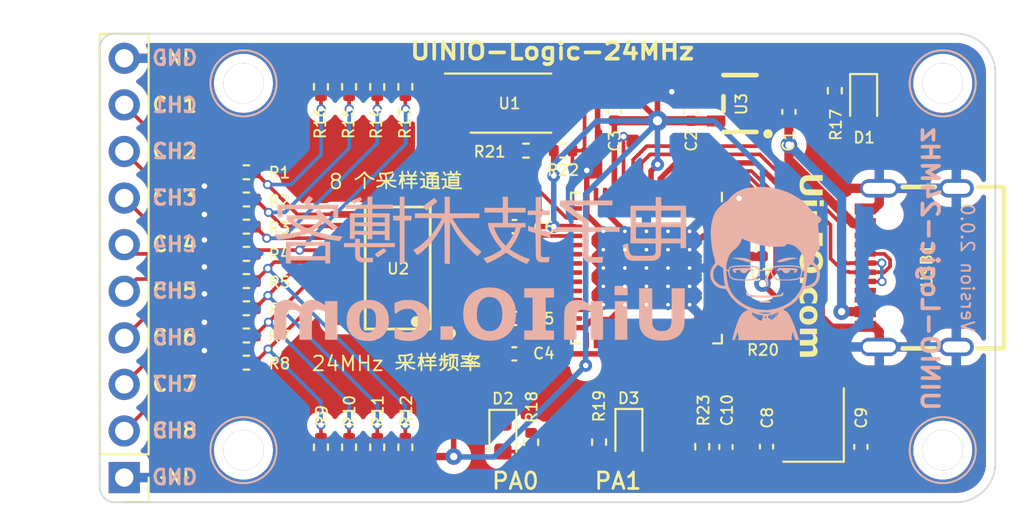
<source format=kicad_pcb>
(kicad_pcb (version 20211014) (generator pcbnew)
  (title_block (title "UINIO-Logic-24MHz") (date "2022-12-28") (rev "Version 1.0.0") (company "电子技术博客 UinIO.com"))
  (layers (0 "F.Cu" signal) (31 "B.Cu" signal) (34 "B.Paste" user) (35 "F.Paste" user) (36 "B.SilkS" user "B.Silkscreen") (37 "F.SilkS" user "F.Silkscreen") (38 "B.Mask" user) (39 "F.Mask" user) (44 "Edge.Cuts" user))
  (net 0 "")
  (net 1 "GND")
  (net 2 "+5V")
  (net 3 "+3.3V")
  (net 4 "Net-(C8-Pad2)")
  (net 5 "Net-(C9-Pad2)")
  (net 6 "Net-(C10-Pad2)")
  (net 7 "Net-(D1-Pad2)")
  (net 8 "Net-(D2-Pad2)")
  (net 9 "Net-(J1-Pad9)")
  (net 10 "Net-(D3-Pad2)")
  (net 11 "/PB7")
  (net 12 "/PB5")
  (net 13 "/PB3")
  (net 14 "/PB1")
  (net 15 "/PB6")
  (net 16 "/PB4")
  (net 17 "/PB2")
  (net 18 "/PB0")
  (net 19 "/I2C_SDA")
  (net 20 "/I2C_SCL")
  (net 21 "/USB_Data+")
  (net 22 "/USB_Data-")
  (net 27 "/INPUT1")
  (net 28 "/INPUT2")
  (net 29 "/INPUT3")
  (net 30 "/INPUT4")
  (net 31 "/INPUT5")
  (net 32 "/INPUT6")
  (net 33 "/INPUT7")
  (net 34 "/INPUT8")
  (net 35 "Net-(R18-Pad2)")
  (net 36 "Net-(R19-Pad2)")
  (net 37 "Net-(R20-Pad1)")
  (net 60 "Net-(J1-Pad2)")
  (net 61 "Net-(J1-Pad3)")
  (net 62 "Net-(J1-Pad4)")
  (net 63 "Net-(J1-Pad5)")
  (net 64 "Net-(J1-Pad6)")
  (net 65 "Net-(J1-Pad7)")
  (net 66 "Net-(J1-Pad8)")
  (footprint "Uinio:Hole-2mm" (layer "F.Cu") (at 114.11 128.7)
    (fp_text reference "HOLE2" hide)
    (fp_text value "Hole-2mm" hide)
  )
  (footprint "Package_SO:TSSOP-8_4.4x3mm_P0.65mm" (layer "F.Cu") (at 128.68 109.78)
    (fp_text reference "U1")
    (fp_text value "AT24CS64-XHM")
  )
  (footprint "Capacitor_SMD:C_0402_1005Metric" (layer "F.Cu") (at 143.82 110.26 -90)
    (fp_text reference "C1")
    (fp_text value "1uF")
  )
  (footprint "Uinio:Hole-2mm" (layer "F.Cu") (at 152.2 128.7)
    (fp_text reference "HOLE4" hide)
    (fp_text value "Hole-2mm" hide)
  )
  (footprint "Resistor_SMD:R_0402_1005Metric" (layer "F.Cu") (at 118.33 108.89 -90)
    (fp_text reference "R16")
    (fp_text value "100K")
  )
  (footprint "Resistor_SMD:R_0402_1005Metric" (layer "F.Cu") (at 142.36 121.74 -90)
    (fp_text reference "R20")
    (fp_text value "10K")
  )
  (footprint "Capacitor_SMD:C_0402_1005Metric" (layer "F.Cu") (at 128.86 121.52 180)
    (fp_text reference "C5")
    (fp_text value "0.1uF")
  )
  (footprint "Resistor_SMD:R_0402_1005Metric" (layer "F.Cu") (at 121.394284 128.54 90)
    (fp_text reference "R11")
    (fp_text value "100K")
  )
  (footprint "Package_DFN_QFN:QFN-56-1EP_8x8mm_P0.5mm_EP4.5x5.2mm_ThermalVias_TopTented" (layer "F.Cu") (at 136.06 118.77 -90)
    (fp_text reference "U4" hide)
    (fp_text value "CY7C68013A-56LTX")
  )
  (footprint "Resistor_SMD:R_0402_1005Metric" (layer "F.Cu") (at 133.48 128.26 90)
    (fp_text reference "R19")
    (fp_text value "10K")
  )
  (footprint "Uinio:USB-C-SMD_TYPEC-304J-BCP16" (layer "F.Cu") (at 150.46 118.75 90)
    (fp_text reference "USB1")
    (fp_text value "USB_Type_C_16Pin")
  )
  (footprint "Capacitor_SMD:C_0402_1005Metric" (layer "F.Cu") (at 138.49 110.26 -90)
    (fp_text reference "C2")
    (fp_text value "1uF")
  )
  (footprint "LED_SMD:LED_0603_1608Metric" (layer "F.Cu") (at 147.89 109.68 -90)
    (fp_text reference "D1")
    (fp_text value "Red LED")
  )
  (footprint "Resistor_SMD:R_0402_1005Metric" (layer "F.Cu") (at 114.27 116.515714 180)
    (fp_text reference "R3")
    (fp_text value "100R")
  )
  (footprint "LED_SMD:LED_0603_1608Metric" (layer "F.Cu") (at 135.105 127.94 -90)
    (fp_text reference "D3")
    (fp_text value "Blue LED")
  )
  (footprint "LED_SMD:LED_0603_1608Metric" (layer "F.Cu") (at 128.24 127.9875 -90)
    (fp_text reference "D2")
    (fp_text value "Blue LED")
  )
  (footprint "Capacitor_SMD:C_0402_1005Metric" (layer "F.Cu") (at 128.86 123.45 180)
    (fp_text reference "C4")
    (fp_text value "0.1uF")
  )
  (footprint "Resistor_SMD:R_0402_1005Metric" (layer "F.Cu") (at 114.27 123.93 180)
    (fp_text reference "R8")
    (fp_text value "100R")
  )
  (footprint "Resistor_SMD:R_0402_1005Metric" (layer "F.Cu") (at 129.78 128.27 90)
    (fp_text reference "R18")
    (fp_text value "10K")
  )
  (footprint "Resistor_SMD:R_0402_1005Metric" (layer "F.Cu") (at 114.27 119.481428 180)
    (fp_text reference "R5")
    (fp_text value "100R")
  )
  (footprint "Resistor_SMD:R_0402_1005Metric" (layer "F.Cu") (at 114.27 117.998571 180)
    (fp_text reference "R4")
    (fp_text value "100R")
  )
  (footprint "Resistor_SMD:R_0402_1005Metric" (layer "F.Cu") (at 122.926432 108.89 -90)
    (fp_text reference "R13")
    (fp_text value "100K")
  )
  (footprint "Crystal:Crystal_SMD_3225-4Pin_3.2x2.5mm" (layer "F.Cu") (at 145.16 127.33 90)
    (fp_text reference "Y1" hide)
    (fp_text value "24MHz")
  )
  (footprint "Capacitor_SMD:C_0402_1005Metric" (layer "F.Cu") (at 140.39 128.53 -90)
    (fp_text reference "C10")
    (fp_text value "1uF")
  )
  (footprint "Resistor_SMD:R_0402_1005Metric" (layer "F.Cu") (at 146.32 109.1 90)
    (fp_text reference "R17")
    (fp_text value "1K")
  )
  (footprint "Resistor_SMD:R_0402_1005Metric" (layer "F.Cu") (at 114.27 115.032857 180)
    (fp_text reference "R2")
    (fp_text value "100R")
  )
  (footprint "Capacitor_SMD:C_0402_1005Metric" (layer "F.Cu") (at 134.31 110.25 90)
    (fp_text reference "C3")
    (fp_text value "0.1uF")
  )
  (footprint "Capacitor_SMD:C_0402_1005Metric" (layer "F.Cu") (at 147.74 128.52 -90)
    (fp_text reference "C9")
    (fp_text value "12pF")
  )
  (footprint "Uinio:Hole-2mm" (layer "F.Cu") (at 152.2 108.7)
    (fp_text reference "HOLE3" hide)
    (fp_text value "Hole-2mm" hide)
  )
  (footprint "Resistor_SMD:R_0402_1005Metric" (layer "F.Cu") (at 118.33 128.54 90)
    (fp_text reference "R9")
    (fp_text value "100K")
  )
  (footprint "LOGO" (layer "F.Cu") (at 145.06 118.65 -90)
    (fp_text reference "")
    (fp_text value "LOGO" hide)
  )
  (footprint "Resistor_SMD:R_0402_1005Metric" (layer "F.Cu") (at 114.27 113.55 180)
    (fp_text reference "R1")
    (fp_text value "100R")
  )
  (footprint "Resistor_SMD:R_0402_1005Metric" (layer "F.Cu") (at 131.52 112.37)
    (fp_text reference "R22")
    (fp_text value "2.2K")
  )
  (footprint "Resistor_SMD:R_0402_1005Metric" (layer "F.Cu") (at 114.27 122.447142 180)
    (fp_text reference "R7")
    (fp_text value "100R")
  )
  (footprint "Capacitor_SMD:C_0402_1005Metric" (layer "F.Cu") (at 142.36 117.65 -90)
    (fp_text reference "C7")
    (fp_text value "0.1uF")
  )
  (footprint "Resistor_SMD:R_0402_1005Metric" (layer "F.Cu") (at 129.5 112.37)
    (fp_text reference "R21")
    (fp_text value "2.2K")
  )
  (footprint "Capacitor_SMD:C_0402_1005Metric" (layer "F.Cu") (at 128.87 116.51 180)
    (fp_text reference "C6")
    (fp_text value "0.1uF")
  )
  (footprint "Uinio:TSSOP-20_L6.5-W4.4-P0.65-LS6.4-BL" (layer "F.Cu") (at 122.51 118.77 90)
    (fp_text reference "U2")
    (fp_text value "74HC245C")
  )
  (footprint "Resistor_SMD:R_0402_1005Metric" (layer "F.Cu") (at 119.862148 108.89 -90)
    (fp_text reference "R15")
    (fp_text value "100K")
  )
  (footprint "Connector_PinHeader_2.54mm:PinHeader_1x10_P2.54mm_Vertical" (layer "F.Cu") (at 107.615 130.195 180)
    (fp_text reference "J1" hide)
    (fp_text value "Conn_01x10_Male")
  )
  (footprint "Resistor_SMD:R_0402_1005Metric" (layer "F.Cu") (at 122.926426 128.54 90)
    (fp_text reference "R12")
    (fp_text value "100K")
  )
  (footprint "Resistor_SMD:R_0402_1005Metric" (layer "F.Cu") (at 119.862142 128.54 90)
    (fp_text reference "R10")
    (fp_text value "100K")
  )
  (footprint "Resistor_SMD:R_0402_1005Metric" (layer "F.Cu") (at 121.39429 108.89 -90)
    (fp_text reference "R14")
    (fp_text value "100K")
  )
  (footprint "Resistor_SMD:R_0402_1005Metric" (layer "F.Cu") (at 139.1 128.51 90)
    (fp_text reference "R23")
    (fp_text value "100K")
  )
  (footprint "Uinio:Hole-2mm" (layer "F.Cu") (at 114.11 108.7)
    (fp_text reference "HOLE1" hide)
    (fp_text value "Hole-2mm" hide)
  )
  (footprint "Capacitor_SMD:C_0402_1005Metric" (layer "F.Cu") (at 142.6 128.51 90)
    (fp_text reference "C8")
    (fp_text value "12pF")
  )
  (footprint "Uinio:SOT-23-5_L3.0-W1.7-P0.95-LS2.8-BR" (layer "F.Cu") (at 141.155 109.802)
    (fp_text reference "U3")
    (fp_text value "ME6211C33M5G-N")
  )
  (footprint "Resistor_SMD:R_0402_1005Metric" (layer "F.Cu") (at 114.27 120.964285 180)
    (fp_text reference "R6")
    (fp_text value "100R")
  )
  (footprint "LOGO" (layer "B.Cu") (at 130.627575 118.612321 180)
    (fp_text reference "")
    (fp_text value "LOGO" hide)
  )
  (gr_line (start 107 105.99) (end 153 105.99) (layer "Edge.Cuts") (width 0.1))
  (gr_arc (start 107 131.54) (mid 106.448949 131.216337) (end 106.28 130.6) (layer "Edge.Cuts") (width 0.1))
  (gr_arc (start 155.06 129.6) (mid 154.39564 130.958257) (end 153 131.54) (layer "Edge.Cuts") (width 0.1))
  (gr_line (start 107 131.54) (end 153 131.54) (layer "Edge.Cuts") (width 0.1))
  (gr_line (start 106.27 106.85) (end 106.28 130.6) (layer "Edge.Cuts") (width 0.1))
  (gr_line (start 155.06 108.12) (end 155.06 129.6) (layer "Edge.Cuts") (width 0.1))
  (gr_arc (start 153 105.99) (mid 154.463263 106.635975) (end 155.06 108.12) (layer "Edge.Cuts") (width 0.1))
  (gr_arc (start 106.27 106.85) (mid 106.462393 106.273484) (end 107 105.99) (layer "Edge.Cuts") (width 0.1))
  (gr_text "CH2" (at 110.37 112.4) (layer "B.SilkS") (effects (font (size 0.8 0.8)) (justify mirror)))
  (gr_text "CH7" (at 110.37 125.1) (layer "B.SilkS") (effects (font (size 0.8 0.8)) (justify mirror)))
  (gr_text "CH1" (at 110.37 109.885) (layer "B.SilkS") (effects (font (size 0.8 0.8)) (justify mirror)))
  (gr_text "CH5" (at 110.37 120.02) (layer "B.SilkS") (effects (font (size 0.8 0.8)) (justify mirror)))
  (gr_text "Version 2.0.0" (at 153.54 118.75 -90) (layer "B.SilkS") (effects (font (size 0.7 0.7) (thickness 0.1)) (justify mirror)))
  (gr_text "GND" (at 110.37 107.32) (layer "B.SilkS") (effects (font (size 0.8 0.8)) (justify mirror)))
  (gr_text "UINIO-Logic-24MHz" (at 151.5 118.82 270) (layer "B.SilkS") (effects (font (size 0.9 1) (thickness 0.2)) (justify mirror)))
  (gr_text "CH6" (at 110.37 122.56) (layer "B.SilkS") (effects (font (size 0.8 0.8)) (justify mirror)))
  (gr_text "CH4" (at 110.37 117.48) (layer "B.SilkS") (effects (font (size 0.8 0.8)) (justify mirror)))
  (gr_text "GND" (at 110.37 130.18) (layer "B.SilkS") (effects (font (size 0.8 0.8)) (justify mirror)))
  (gr_text "CH3" (at 110.37 114.94) (layer "B.SilkS") (effects (font (size 0.8 0.8)) (justify mirror)))
  (gr_text "CH8" (at 110.37 127.64) (layer "B.SilkS") (effects (font (size 0.8 0.8)) (justify mirror)))
  (gr_text "CH6" (at 110.363 122.555) (layer "F.SilkS") (effects (font (size 0.8 0.8))))
  (gr_text "8 个采样通道" (at 122.4 114.06) (layer "F.SilkS") (effects (font (size 0.8 0.8) (thickness 0.1))))
  (gr_text "CH8" (at 110.363 127.635) (layer "F.SilkS") (effects (font (size 0.8 0.8))))
  (gr_text "UINIO-Logic-24MHz" (at 130.93 106.95) (layer "F.SilkS") (effects (font (size 0.9 1) (thickness 0.2))))
  (gr_text "CH1" (at 110.363 109.88) (layer "F.SilkS") (effects (font (size 0.8 0.8))))
  (gr_text "CH4" (at 110.363 117.475) (layer "F.SilkS") (effects (font (size 0.8 0.8))))
  (gr_text "CH3" (at 110.363 114.935) (layer "F.SilkS") (effects (font (size 0.8 0.8))))
  (gr_text "GND" (at 110.363 107.315) (layer "F.SilkS") (effects (font (size 0.8 0.8))))
  (gr_text "GND" (at 110.363 130.175) (layer "F.SilkS") (effects (font (size 0.8 0.8))))
  (gr_text "CH5" (at 110.363 120.015) (layer "F.SilkS") (effects (font (size 0.8 0.8))))
  (gr_text "24MHz 采样频率" (at 122.45 123.98) (layer "F.SilkS") (effects (font (size 0.8 0.8) (thickness 0.1))))
  (gr_text "PA1" (at 134.51 130.38) (layer "F.SilkS") (effects (font (size 0.9 0.9))))
  (gr_text "PA0" (at 128.92 130.38) (layer "F.SilkS") (effects (font (size 0.9 0.9))))
  (gr_text "CH7" (at 110.363 125.095) (layer "F.SilkS") (effects (font (size 0.8 0.8))))
  (gr_text "CH2" (at 110.363 112.395) (layer "F.SilkS") (effects (font (size 0.8 0.8))))
  (segment (start 138.41 120.78) (end 138.81 121.18) (width 0.3) (layer "F.Cu") (net 1))
  (segment (start 122.895 121.045) (end 123.545 121.695) (width 0.2) (layer "F.Cu") (net 1))
  (segment (start 148.741 122.236018) (end 148.741 123.075) (width 0.5) (layer "F.Cu") (net 1))
  (segment (start 139.16 117.02) (end 138.41 117.77) (width 0.3) (layer "F.Cu") (net 1))
  (segment (start 138.81 121.18) (end 138.81 122.7075) (width 0.3) (layer "F.Cu") (net 1))
  (segment (start 126.99 116.51) (end 128.39 116.51) (width 0.2) (layer "F.Cu") (net 1))
  (segment (start 132.1225 122.02) (end 132.67 122.02) (width 0.3) (layer "F.Cu") (net 1))
  (segment (start 125.381 115.845) (end 126.325 115.845) (width 0.2) (layer "F.Cu") (net 1))
  (segment (start 146.175 121.95) (end 147.979 121.95) (width 0.3) (layer "F.Cu") (net 1))
  (segment (start 139.54 115.52) (end 138.41 116.65) (width 0.3) (layer "F.Cu") (net 1))
  (segment (start 132.81 113.45) (end 132.81 114.8325) (width 0.3) (layer "F.Cu") (net 1))
  (segment (start 148.741 115.263982) (end 148.741 114.425) (width 0.5) (layer "F.Cu") (net 1))
  (segment (start 139.9975 115.52) (end 139.54 115.52) (width 0.3) (layer "F.Cu") (net 1))
  (segment (start 133.11 121.58) (end 134.075 121.58) (width 0.3) (layer "F.Cu") (net 1))
  (segment (start 147.979 115.55) (end 148.454982 115.55) (width 0.5) (layer "F.Cu") (net 1))
  (segment (start 132.81 113.45) (end 133.4 112.86) (width 0.3) (layer "F.Cu") (net 1))
  (segment (start 137.675026 113.04) (end 142.03 113.04) (width 0.3) (layer "F.Cu") (net 1))
  (segment (start 119.639 121.045) (end 122.895 121.045) (width 0.2) (layer "F.Cu") (net 1))
  (segment (start 139.9975 117.02) (end 140.58 117.02) (width 0.3) (layer "F.Cu") (net 1))
  (segment (start 134.885 116.77) (end 133.81 115.695) (width 0.3) (layer "F.Cu") (net 1))
  (segment (start 139.9975 117.02) (end 139.16 117.02) (width 0.3) (layer "F.Cu") (net 1))
  (segment (start 145.63 116.64) (end 145.63 121.405) (width 0.3) (layer "F.Cu") (net 1))
  (segment (start 134.075 121.58) (end 134.885 120.77) (width 0.3) (layer "F.Cu") (net 1))
  (segment (start 134.81 111.6005) (end 134.81 114.8325) (width 0.2) (layer "F.Cu") (net 1))
  (segment (start 148.741 123.075) (end 152.941 123.075) (width 0.5) (layer "F.Cu") (net 1))
  (segment (start 133.4 109.85) (end 133.005 109.455) (width 0.3) (layer "F.Cu") (net 1))
  (segment (start 148.454982 121.95) (end 148.741 122.236018) (width 0.5) (layer "F.Cu") (net 1))
  (segment (start 148.454982 115.55) (end 148.741 115.263982) (width 0.5) (layer "F.Cu") (net 1))
  (segment (start 132.81 114.8325) (end 132.81 115.87) (width 0.3) (layer "F.Cu") (net 1))
  (segment (start 123.545 121.695) (end 125.381 121.695) (width 0.2) (layer "F.Cu") (net 1))
  (segment (start 132.81 115.87) (end 133.71 116.77) (width 0.3) (layer "F.Cu") (net 1))
  (segment (start 132.67 122.02) (end 133.11 121.58) (width 0.3) (layer "F.Cu") (net 1))
  (segment (start 140.58 117.02) (end 141.69 118.13) (width 0.3) (layer "F.Cu") (net 1))
  (segment (start 132.1225 121.02) (end 133.46 121.02) (width 0.3) (layer "F.Cu") (net 1))
  (segment (start 133.46 121.02) (end 133.71 120.77) (width 0.3) (layer "F.Cu") (net 1))
  (segment (start 136.81 114.8325) (end 136.81 113.905026) (width 0.3) (layer "F.Cu") (net 1))
  (segment (start 133.4 112.86) (end 133.4 109.85) (width 0.3) (layer "F.Cu") (net 1))
  (segment (start 145.63 121.405) (end 146.175 121.95) (width 0.3) (layer "F.Cu") (net 1))
  (segment (start 152.941 123.075) (end 152.941 114.425) (width 0.5) (layer "F.Cu") (net 1))
  (segment (start 138.41 116.65) (end 138.41 116.77) (width 0.3) (layer "F.Cu") (net 1))
  (segment (start 133.81 115.695) (end 133.81 114.8325) (width 0.3) (layer "F.Cu") (net 1))
  (segment (start 136.81 113.905026) (end 137.675026 113.04) (width 0.3) (layer "F.Cu") (net 1))
  (segment (start 126.325 115.845) (end 126.99 116.51) (width 0.2) (layer "F.Cu") (net 1))
  (segment (start 133.005 109.455) (end 131.5425 109.455) (width 0.3) (layer "F.Cu") (net 1))
  (segment (start 141.69 118.13) (end 142.36 118.13) (width 0.3) (layer "F.Cu") (net 1))
  (segment (start 134.8095 111.6) (end 134.81 111.6005) (width 0.2) (layer "F.Cu") (net 1))
  (segment (start 142.03 113.04) (end 145.63 116.64) (width 0.3) (layer "F.Cu") (net 1))
  (segment (start 152.941 114.425) (end 148.741 114.425) (width 0.5) (layer "F.Cu") (net 1))
  (segment (start 147.979 121.95) (end 148.454982 121.95) (width 0.5) (layer "F.Cu") (net 1))
  (segment (start 138.41 120.77) (end 138.41 120.78) (width 0.3) (layer "F.Cu") (net 1))
  (via (at 111.98 117.24) (size 0.5) (drill 0.3) (layers "F.Cu" "B.Cu") (net 1))
  (via (at 111.98 121.73) (size 0.5) (drill 0.3) (layers "F.Cu" "B.Cu") (net 1))
  (via (at 111.98 118.71) (size 0.5) (drill 0.3) (layers "F.Cu" "B.Cu") (net 1))
  (via (at 134.8095 111.6) (size 0.5) (drill 0.3) (layers "F.Cu" "B.Cu") (net 1))
  (via (at 141.11 114.97) (size 0.5) (drill 0.3) (layers "F.Cu" "B.Cu") (net 1))
  (via (at 132.81 113.45) (size 0.7) (drill 0.3) (layers "F.Cu" "B.Cu") (net 1))
  (via (at 111.98 123.27) (size 0.5) (drill 0.3) (layers "F.Cu" "B.Cu") (net 1))
  (via (at 111.98 115.85) (size 0.5) (drill 0.3) (layers "F.Cu" "B.Cu") (net 1))
  (via (at 137.44 109.16) (size 0.5) (drill 0.3) (layers "F.Cu" "B.Cu") (net 1))
  (via (at 111.98 114.3) (size 0.5) (drill 0.3) (layers "F.Cu" "B.Cu") (net 1))
  (via (at 111.98 120.18) (size 0.5) (drill 0.3) (layers "F.Cu" "B.Cu") (net 1))
  (segment (start 141.15 109.05) (end 141.348 108.852) (width 0.5) (layer "F.Cu") (net 2))
  (segment (start 142.455 110.752) (end 141.382 110.752) (width 0.5) (layer "F.Cu") (net 2))
  (segment (start 141.348 108.852) (end 142.455 108.852) (width 0.5) (layer "F.Cu") (net 2))
  (segment (start 147.979 121.15) (end 146.69 121.15) (width 0.5) (layer "F.Cu") (net 2))
  (segment (start 141.382 110.752) (end 141.15 110.52) (width 0.5) (layer "F.Cu") (net 2))
  (segment (start 141.15 110.52) (end 141.15 109.05) (width 0.5) (layer "F.Cu") (net 2))
  (segment (start 143.82 112.06) (end 143.82 110.74) (width 0.5) (layer "F.Cu") (net 2))
  (segment (start 147.32 116.35) (end 147.979 116.35) (width 0.5) (layer "F.Cu") (net 2))
  (segment (start 143.82 112.06) (end 143.82 112.85) (width 0.5) (layer "F.Cu") (net 2))
  (segment (start 142.467 110.74) (end 142.455 110.752) (width 0.5) (layer "F.Cu") (net 2))
  (segment (start 143.82 110.74) (end 142.467 110.74) (width 0.5) (layer "F.Cu") (net 2))
  (segment (start 143.82 112.85) (end 147.32 116.35) (width 0.5) (layer "F.Cu") (net 2))
  (via (at 146.69 121.15) (size 0.9) (drill 0.4) (layers "F.Cu" "B.Cu") (net 2))
  (via (at 143.82 112.06) (size 0.9) (drill 0.4) (layers "F.Cu" "B.Cu") (net 2))
  (segment (start 143.82 112.06) (end 143.83 112.06) (width 0.5) (layer "B.Cu") (net 2))
  (segment (start 143.83 112.06) (end 146.69 114.92) (width 0.5) (layer "B.Cu") (net 2))
  (segment (start 146.69 114.92) (end 146.69 121.15) (width 0.5) (layer "B.Cu") (net 2))
  (segment (start 143.12 118.89) (end 143.12 117.49) (width 0.3) (layer "F.Cu") (net 3))
  (segment (start 129.35 116.51) (end 129.35 115.93) (width 0.3) (layer "F.Cu") (net 3))
  (segment (start 140.05 124.65) (end 140.05 122.0725) (width 0.3) (layer "F.Cu") (net 3))
  (segment (start 123.7 108.38) (end 118.33 108.38) (width 0.3) (layer "F.Cu") (net 3))
  (segment (start 126.42 114.53) (end 124.11 112.22) (width 0.3) (layer "F.Cu") (net 3))
  (segment (start 142.36 114.984238) (end 142.36 116.12) (width 0.3) (layer "F.Cu") (net 3))
  (segment (start 129.34 123.45) (end 132.81 123.45) (width 0.3) (layer "F.Cu") (net 3))
  (segment (start 136.66 108.16) (end 137.02 107.8) (width 0.3) (layer "F.Cu") (net 3))
  (segment (start 140.05 122.0725) (end 139.9975 122.02) (width 0.3) (layer "F.Cu") (net 3))
  (segment (start 129.35 115.93) (end 127.95 114.53) (width 0.3) (layer "F.Cu") (net 3))
  (segment (start 142.13 122.02) (end 142.36 122.25) (width 0.3) (layer "F.Cu") (net 3))
  (segment (start 129.34 121.52) (end 129.34 123.45) (width 0.3) (layer "F.Cu") (net 3))
  (segment (start 145.98 107.8) (end 146.32 108.14) (width 0.3) (layer "F.Cu") (net 3))
  (segment (start 119.639 121.695) (end 121.895 121.695) (width 0.3) (layer "F.Cu") (net 3))
  (segment (start 139.1 125.6) (end 140.05 124.65) (width 0.3) (layer "F.Cu") (net 3))
  (segment (start 125.56 125.36) (end 125.56 129.05) (width 0.3) (layer "F.Cu") (net 3))
  (segment (start 134.805 108.815) (end 131.5525 108.815) (width 0.3) (layer "F.Cu") (net 3))
  (segment (start 139.9975 122.02) (end 142.13 122.02) (width 0.3) (layer "F.Cu") (net 3))
  (segment (start 134.31 110.73) (end 134.31 114.8325) (width 0.3) (layer "F.Cu") (net 3))
  (segment (start 131.5425 108.805) (end 130.005 108.805) (width 0.3) (layer "F.Cu") (net 3))
  (segment (start 136.666444 113.126444) (end 136.31 113.482888) (width 0.3) (layer "F.Cu") (net 3))
  (segment (start 142.91 122.25) (end 142.36 122.25) (width 0.3) (layer "F.Cu") (net 3))
  (segment (start 136.57 110.74) (end 134.32 110.74) (width 0.5) (layer "F.Cu") (net 3))
  (segment (start 139.9975 116.02) (end 142.26 116.02) (width 0.3) (layer "F.Cu") (net 3))
  (segment (start 131.01 116.51) (end 132.1125 116.51) (width 0.3) (layer "F.Cu") (net 3))
  (segment (start 142.39 119.62) (end 143.12 118.89) (width 0.3) (layer "F.Cu") (net 3))
  (segment (start 134.16 123.45) (end 134.31 123.3) (width 0.3) (layer "F.Cu") (net 3))
  (segment (start 137.02 107.8) (end 145.98 107.8) (width 0.3) (layer "F.Cu") (net 3))
  (segment (start 136.66 110.74) (end 136.66 110.67) (width 0.3) (layer "F.Cu") (net 3))
  (segment (start 142.36 116.12) (end 142.36 117.17) (width 0.3) (layer "F.Cu") (net 3))
  (segment (start 143.11 122.05) (end 142.91 122.25) (width 0.3) (layer "F.Cu") (net 3))
  (segment (start 142.8 117.17) (end 142.36 117.17) (width 0.3) (layer "F.Cu") (net 3))
  (segment (start 132.75 124.08) (end 132.75 123.51) (width 0.3) (layer "F.Cu") (net 3))
  (segment (start 127.95 114.53) (end 126.42 114.53) (width 0.3) (layer "F.Cu") (net 3))
  (segment (start 138.46 114.13) (end 141.505762 114.13) (width 0.3) (layer "F.Cu") (net 3))
  (segment (start 138.502 110.752) (end 138.49 110.74) (width 0.5) (layer "F.Cu") (net 3))
  (segment (start 124.11 108.79) (end 123.7 108.38) (width 0.3) (layer "F.Cu") (net 3))
  (segment (start 136.66 110.67) (end 134.805 108.815) (width 0.3) (layer "F.Cu") (net 3))
  (segment (start 142.26 116.02) (end 142.36 116.12) (width 0.3) (layer "F.Cu") (net 3))
  (segment (start 134.32 110.74) (end 134.31 110.73) (width 0.5) (layer "F.Cu") (net 3))
  (segment (start 124.11 112.22) (end 124.11 108.79) (width 0.3) (layer "F.Cu") (net 3))
  (segment (start 136.31 113.482888) (end 136.31 114.8325) (width 0.3) (layer "F.Cu") (net 3))
  (segment (start 136.66 110.74) (end 136.66 110.68) (width 0.3) (layer "F.Cu") (net 3))
  (segment (start 131.01 113.74) (end 131.01 112.37) (width 0.3) (layer "F.Cu") (net 3))
  (segment (start 120.55 108.38) (end 118.33 108.38) (width 0.3) (layer "F.Cu") (net 3))
  (segment (start 143.11 120.35) (end 143.11 122.05) (width 0.3) (layer "F.Cu") (net 3))
  (segment (start 139.1 128) (end 139.1 125.6) (width 0.3) (layer "F.Cu") (net 3))
  (segment (start 128.99 109.82) (end 128.99 112.37) (width 0.3) (layer "F.Cu") (net 3))
  (segment (start 129.35 116.51) (end 131.01 116.51) (width 0.3) (layer "F.Cu") (net 3))
  (segment (start 141.505762 114.13) (end 142.36 114.984238) (width 0.3) (layer "F.Cu") (net 3))
  (segment (start 143.12 117.49) (end 142.8 117.17) (width 0.3) (layer "F.Cu") (net 3))
  (segment (start 132.75 123.51) (end 132.81 123.45) (width 0.3) (layer "F.Cu") (net 3))
  (segment (start 130.005 108.805) (end 128.99 109.82) (width 0.3) (layer "F.Cu") (net 3))
  (segment (start 138.31 114.8325) (end 138.31 114.28) (width 0.3) (layer "F.Cu") (net 3))
  (segment (start 134.31 123.3) (end 134.31 122.7075) (width 0.3) (layer "F.Cu") (net 3))
  (segment (start 142.38 119.62) (end 142.39 119.62) (width 0.3) (layer "F.Cu") (net 3))
  (segment (start 132.1125 116.51) (end 132.1225 116.52) (width 0.3) (layer "F.Cu") (net 3))
  (segment (start 138.31 114.28) (end 138.46 114.13) (width 0.3) (layer "F.Cu") (net 3))
  (segment (start 131.5525 108.815) (end 131.5425 108.805) (width 0.3) (layer "F.Cu") (net 3))
  (segment (start 121.895 121.695) (end 125.56 125.36) (width 0.3) (layer "F.Cu") (net 3))
  (segment (start 142.38 119.62) (end 143.11 120.35) (width 0.3) (layer "F.Cu") (net 3))
  (segment (start 125.56 129.05) (end 118.33 129.05) (width 0.4) (layer "F.Cu") (net 3))
  (segment (start 136.66 110.74) (end 136.66 108.16) (width 0.3) (layer "F.Cu") (net 3))
  (segment (start 132.81 123.45) (end 134.16 123.45) (width 0.3) (layer "F.Cu") (net 3))
  (segment (start 146.32 108.14) (end 146.32 108.59) (width 0.3) (layer "F.Cu") (net 3))
  (segment (start 139.855 110.752) (end 138.502 110.752) (width 0.5) (layer "F.Cu") (net 3))
  (segment (start 138.49 110.74) (end 136.57 110.74) (width 0.5) (layer "F.Cu") (net 3))
  (segment (start 129.34 121.52) (end 132.1225 121.52) (width 0.3) (layer "F.Cu") (net 3))
  (segment (start 120.55 108.38) (end 122.926432 108.38) (width 0.3) (layer "F.Cu") (net 3))
  (via (at 132.75 124.08) (size 0.7) (drill 0.3) (layers "F.Cu" "B.Cu") (net 3))
  (via (at 131.01 116.51) (size 0.7) (drill 0.3) (layers "F.Cu" "B.Cu") (net 3))
  (via (at 125.56 129.05) (size 0.9) (drill 0.4) (layers "F.Cu" "B.Cu") (net 3))
  (via (at 136.666444 113.126444) (size 0.7) (drill 0.3) (layers "F.Cu" "B.Cu") (net 3))
  (via (at 142.38 119.62) (size 0.9) (drill 0.4) (layers "F.Cu" "B.Cu") (net 3))
  (via (at 136.66 110.74) (size 1.1) (drill 0.5) (layers "F.Cu" "B.Cu") (net 3))
  (via (at 131.01 113.74) (size 0.7) (drill 0.3) (layers "F.Cu" "B.Cu") (net 3))
  (segment (start 131.01 113.09) (end 133.35 110.75) (width 0.3) (layer "B.Cu") (net 3))
  (segment (start 136.66 110.74) (end 136.66 110.82) (width 0.3) (layer "B.Cu") (net 3))
  (segment (start 136.66 113.12) (end 136.666444 113.126444) (width 0.5) (layer "B.Cu") (net 3))
  (segment (start 136.66 110.74) (end 136.66 113.12) (width 0.3) (layer "B.Cu") (net 3))
  (segment (start 131.01 116.51) (end 131.01 113.74) (width 0.3) (layer "B.Cu") (net 3))
  (segment (start 125.58 129.07) (end 125.56 129.05) (width 0.3) (layer "B.Cu") (net 3))
  (segment (start 131.01 113.74) (end 131.01 113.09) (width 0.3) (layer "B.Cu") (net 3))
  (segment (start 139.74 110.74) (end 136.66 110.74) (width 0.3) (layer "B.Cu") (net 3))
  (segment (start 132.75 114.73) (end 132.75 124.08) (width 0.3) (layer "B.Cu") (net 3))
  (segment (start 142.38 113.38) (end 139.74 110.74) (width 0.3) (layer "B.Cu") (net 3))
  (segment (start 127.76 129.07) (end 125.58 129.07) (width 0.3) (layer "B.Cu") (net 3))
  (segment (start 133.35 110.75) (end 136.65 110.75) (width 0.3) (layer "B.Cu") (net 3))
  (segment (start 142.38 119.62) (end 142.38 113.38) (width 0.3) (layer "B.Cu") (net 3))
  (segment (start 132.75 124.08) (end 127.76 129.07) (width 0.3) (layer "B.Cu") (net 3))
  (segment (start 136.66 110.82) (end 132.75 114.73) (width 0.3) (layer "B.Cu") (net 3))
  (segment (start 136.65 110.75) (end 136.66 110.74) (width 0.3) (layer "B.Cu") (net 3))
  (segment (start 142.6 126.97) (end 143.34 126.23) (width 0.2) (layer "F.Cu") (net 4))
  (segment (start 144.81 125.73) (end 144.31 126.23) (width 0.2) (layer "F.Cu") (net 4))
  (segment (start 144.82 125.73) (end 144.32 126.23) (width 0.2) (layer "F.Cu") (net 4))
  (segment (start 137.81 114.8325) (end 137.81 114.02) (width 0.2) (layer "F.Cu") (net 4))
  (segment (start 142.6 128.03) (end 142.6 126.97) (width 0.2) (layer "F.Cu") (net 4))
  (segment (start 144.81 116.939264) (end 144.81 125.73) (width 0.2) (layer "F.Cu") (net 4))
  (segment (start 137.81 114.02) (end 138.05 113.78) (width 0.2) (layer "F.Cu") (net 4))
  (segment (start 143.34 126.23) (end 144.31 126.23) (width 0.2) (layer "F.Cu") (net 4))
  (segment (start 138.05 113.78) (end 141.650736 113.78) (width 0.2) (layer "F.Cu") (net 4))
  (segment (start 141.650736 113.78) (end 144.81 116.939264) (width 0.2) (layer "F.Cu") (net 4))
  (segment (start 137.85 113.48) (end 141.775 113.48) (width 0.2) (layer "F.Cu") (net 5))
  (segment (start 145.15 127.07) (end 146.01 127.93) (width 0.2) (layer "F.Cu") (net 5))
  (segment (start 145.15 116.855) (end 145.15 127.07) (width 0.2) (layer "F.Cu") (net 5))
  (segment (start 137.31 114.8325) (end 137.31 114.02) (width 0.2) (layer "F.Cu") (net 5))
  (segment (start 141.775 113.48) (end 145.15 116.855) (width 0.2) (layer "F.Cu") (net 5))
  (segment (start 146.58 129) (end 146.01 128.43) (width 0.2) (layer "F.Cu") (net 5))
  (segment (start 137.31 114.02) (end 137.85 113.48) (width 0.2) (layer "F.Cu") (net 5))
  (segment (start 147.74 129) (end 146.58 129) (width 0.2) (layer "F.Cu") (net 5))
  (segment (start 146.01 127.93) (end 146.01 128.43) (width 0.2) (layer "F.Cu") (net 5))
  (segment (start 140.38 129.02) (end 140.39 129.01) (width 0.3) (layer "F.Cu") (net 6))
  (segment (start 138.67 129.02) (end 139.1 129.02) (width 0.2) (layer "F.Cu") (net 6))
  (segment (start 139.31 124.36) (end 138.39 125.28) (width 0.2) (layer "F.Cu") (net 6))
  (segment (start 138.39 125.28) (end 138.39 128.74) (width 0.2) (layer "F.Cu") (net 6))
  (segment (start 139.1 129.02) (end 140.38 129.02) (width 0.2) (layer "F.Cu") (net 6))
  (segment (start 138.39 128.74) (end 138.67 129.02) (width 0.2) (layer "F.Cu") (net 6))
  (segment (start 139.31 122.7075) (end 139.31 124.36) (width 0.2) (layer "F.Cu") (net 6))
  (segment (start 147.0325 109.61) (end 147.89 110.4675) (width 0.2) (layer "F.Cu") (net 7))
  (segment (start 146.32 109.61) (end 147.0325 109.61) (width 0.2) (layer "F.Cu") (net 7))
  (segment (start 128.245 128.78) (end 128.24 128.775) (width 0.2) (layer "F.Cu") (net 8))
  (segment (start 129.78 128.78) (end 128.245 128.78) (width 0.2) (layer "F.Cu") (net 8))
  (segment (start 111.29 113.55) (end 107.615 109.875) (width 0.2) (layer "F.Cu") (net 9))
  (segment (start 113.76 113.55) (end 111.29 113.55) (width 0.2) (layer "F.Cu") (net 9))
  (segment (start 133.49 128.73) (end 135.1025 128.73) (width 0.2) (layer "F.Cu") (net 10))
  (segment (start 135.1025 128.73) (end 135.105 128.7275) (width 0.2) (layer "F.Cu") (net 10))
  (segment (start 132.1225 120.52) (end 126.59 120.52) (width 0.2) (layer "F.Cu") (net 11))
  (segment (start 126.065 121.045) (end 125.381 121.045) (width 0.2) (layer "F.Cu") (net 11))
  (segment (start 126.59 120.52) (end 126.065 121.045) (width 0.2) (layer "F.Cu") (net 11))
  (segment (start 126.31 119.52) (end 126.085 119.745) (width 0.2) (layer "F.Cu") (net 12))
  (segment (start 132.1225 119.52) (end 126.31 119.52) (width 0.2) (layer "F.Cu") (net 12))
  (segment (start 126.085 119.745) (end 125.381 119.745) (width 0.2) (layer "F.Cu") (net 12))
  (segment (start 132.1175 118.525) (end 125.461 118.525) (width 0.2) (layer "F.Cu") (net 13))
  (segment (start 132.1225 118.52) (end 132.1175 118.525) (width 0.2) (layer "F.Cu") (net 13))
  (segment (start 125.461 118.525) (end 125.381 118.445) (width 0.2) (layer "F.Cu") (net 13))
  (segment (start 126.41 117.52) (end 126.035 117.145) (width 0.2) (layer "F.Cu") (net 14))
  (segment (start 132.1225 117.52) (end 126.41 117.52) (width 0.2) (layer "F.Cu") (net 14))
  (segment (start 126.035 117.145) (end 125.381 117.145) (width 0.2) (layer "F.Cu") (net 14))
  (segment (start 132.1225 120.02) (end 126.43 120.02) (width 0.2) (layer "F.Cu") (net 15))
  (segment (start 126.43 120.02) (end 126.055 120.395) (width 0.2) (layer "F.Cu") (net 15))
  (segment (start 126.055 120.395) (end 125.381 120.395) (width 0.2) (layer "F.Cu") (net 15))
  (segment (start 132.1225 119.02) (end 125.456 119.02) (width 0.2) (layer "F.Cu") (net 16))
  (segment (start 125.456 119.02) (end 125.381 119.095) (width 0.2) (layer "F.Cu") (net 16))
  (segment (start 132.1225 118.02) (end 126.27 118.02) (width 0.2) (layer "F.Cu") (net 17))
  (segment (start 126.27 118.02) (end 126.045 117.795) (width 0.2) (layer "F.Cu") (net 17))
  (segment (start 126.045 117.795) (end 125.381 117.795) (width 0.2) (layer "F.Cu") (net 17))
  (segment (start 126.065 116.495) (end 125.381 116.495) (width 0.2) (layer "F.Cu") (net 18))
  (segment (start 126.59 117.02) (end 126.065 116.495) (width 0.2) (layer "F.Cu") (net 18))
  (segment (start 132.1225 117.02) (end 126.59 117.02) (width 0.2) (layer "F.Cu") (net 18))
  (segment (start 131.68 116.02) (end 132.1225 116.02) (width 0.2) (layer "F.Cu") (net 19))
  (segment (start 130.01 111.24) (end 130.01 112.37) (width 0.2) (layer "F.Cu") (net 19))
  (segment (start 131.5425 110.755) (end 130.495 110.755) (width 0.2) (layer "F.Cu") (net 19))
  (segment (start 130.495 110.755) (end 130.01 111.24) (width 0.2) (layer "F.Cu") (net 19))
  (segment (start 130.01 112.37) (end 130.01 114.35) (width 0.2) (layer "F.Cu") (net 19))
  (segment (start 130.01 114.35) (end 131.68 116.02) (width 0.2) (layer "F.Cu") (net 19))
  (segment (start 132.52 110.105) (end 132.69 110.275) (width 0.2) (layer "F.Cu") (net 20))
  (segment (start 132.03 112.37) (end 132.03 115.4275) (width 0.2) (layer "F.Cu") (net 20))
  (segment (start 132.69 110.275) (end 132.69 112.22) (width 0.2) (layer "F.Cu") (net 20))
  (segment (start 131.5425 110.105) (end 132.52 110.105) (width 0.2) (layer "F.Cu") (net 20))
  (segment (start 132.69 112.22) (end 132.54 112.37) (width 0.2) (layer "F.Cu") (net 20))
  (segment (start 132.03 115.4275) (end 132.1225 115.52) (width 0.2) (layer "F.Cu") (net 20))
  (segment (start 132.54 112.37) (end 132.03 112.37) (width 0.2) (layer "F.Cu") (net 20))
  (segment (start 146.085 116.4232) (end 142.2368 112.575) (width 0.2) (layer "F.Cu") (net 21))
  (segment (start 149.3305 118.313603) (end 149.3305 118.686397) (width 0.2) (layer "F.Cu") (net 21))
  (segment (start 146.8068 118.975) (end 146.085 118.2532) (width 0.2) (layer "F.Cu") (net 21))
  (segment (start 147.116499 119) (end 147.091499 118.975) (width 0.2) (layer "F.Cu") (net 21))
  (segment (start 142.2368 112.575) (end 136.2632 112.575) (width 0.2) (layer "F.Cu") (net 21))
  (segment (start 147.979 118) (end 149.016897 118) (width 0.2) (layer "F.Cu") (net 21))
  (segment (start 149.016897 119) (end 147.979 119) (width 0.2) (layer "F.Cu") (net 21))
  (segment (start 147.091499 118.975) (end 146.8068 118.975) (width 0.2) (layer "F.Cu") (net 21))
  (segment (start 146.085 118.2532) (end 146.085 116.4232) (width 0.2) (layer "F.Cu") (net 21))
  (segment (start 147.979 119) (end 147.116499 119) (width 0.2) (layer "F.Cu") (net 21))
  (segment (start 149.016897 118) (end 149.3305 118.313603) (width 0.2) (layer "F.Cu") (net 21))
  (segment (start 136.2632 112.575) (end 135.785001 113.053199) (width 0.2) (layer "F.Cu") (net 21))
  (segment (start 149.3305 118.686397) (end 149.016897 119) (width 0.2) (layer "F.Cu") (net 21))
  (segment (start 135.785001 113.053199) (end 135.785001 114.807501) (width 0.2) (layer "F.Cu") (net 21))
  (segment (start 135.785001 114.807501) (end 135.81 114.8325) (width 0.2) (layer "F.Cu") (net 21))
  (segment (start 147.989 119.51) (end 147.979 119.5) (width 0.2) (layer "F.Cu") (net 22))
  (segment (start 146.9932 118.525) (end 146.535 118.0668) (width 0.2) (layer "F.Cu") (net 22))
  (segment (start 135.334999 112.866801) (end 135.334999 114.807501) (width 0.2) (layer "F.Cu") (net 22))
  (segment (start 147.091499 118.525) (end 146.9932 118.525) (width 0.2) (layer "F.Cu") (net 22))
  (segment (start 142.4232 112.125) (end 136.0768 112.125) (width 0.2) (layer "F.Cu") (net 22))
  (segment (start 147.979 118.5) (end 148.8805 118.5) (width 0.2) (layer "F.Cu") (net 22))
  (segment (start 147.979 118.5) (end 147.116499 118.5) (width 0.2) (layer "F.Cu") (net 22))
  (segment (start 148.89 119.51) (end 147.989 119.51) (width 0.2) (layer "F.Cu") (net 22))
  (segment (start 146.535 116.2368) (end 142.4232 112.125) (width 0.2) (layer "F.Cu") (net 22))
  (segment (start 147.116499 118.5) (end 147.091499 118.525) (width 0.2) (layer "F.Cu") (net 22))
  (segment (start 135.334999 114.807501) (end 135.31 114.8325) (width 0.2) (layer "F.Cu") (net 22))
  (segment (start 136.0768 112.125) (end 135.334999 112.866801) (width 0.2) (layer "F.Cu") (net 22))
  (segment (start 146.535 118.0668) (end 146.535 116.2368) (width 0.2) (layer "F.Cu") (net 22))
  (via (at 148.8805 118.5) (size 0.5) (drill 0.3) (layers "F.Cu" "B.Cu") (net 22))
  (via (at 148.89 119.51) (size 0.5) (drill 0.3) (layers "F.Cu" "B.Cu") (net 22))
  (segment (start 148.8805 118.5) (end 148.8805 119.5005) (width 0.2) (layer "B.Cu") (net 22))
  (segment (start 148.8805 119.5005) (end 148.89 119.51) (width 0.2) (layer "B.Cu") (net 22))
  (segment (start 118.33 128.03) (end 118.33 127.33) (width 0.2) (layer "F.Cu") (net 27))
  (segment (start 114.78 123.88) (end 114.78 123.93) (width 0.2) (layer "F.Cu") (net 27))
  (segment (start 119.639 120.395) (end 118.265 120.395) (width 0.2) (layer "F.Cu") (net 27))
  (segment (start 118.265 120.395) (end 114.78 123.88) (width 0.2) (layer "F.Cu") (net 27))
  (via (at 115.45 123.19) (size 0.5) (drill 0.3) (layers "F.Cu" "B.Cu") (net 27))
  (via (at 118.33 127.33) (size 0.5) (drill 0.3) (layers "F.Cu" "B.Cu") (net 27))
  (segment (start 118.33 127.33) (end 118.33 126.07) (width 0.2) (layer "B.Cu") (net 27))
  (segment (start 118.33 126.07) (end 115.45 123.19) (width 0.2) (layer "B.Cu") (net 27))
  (segment (start 119.862142 127.332142) (end 119.86 127.33) (width 0.2) (layer "F.Cu") (net 28))
  (segment (start 115.47 121.72) (end 114.78 122.41) (width 0.2) (layer "F.Cu") (net 28))
  (segment (start 114.78 122.41) (end 114.78 122.447142) (width 0.2) (layer "F.Cu") (net 28))
  (segment (start 119.862142 128.03) (end 119.862142 127.332142) (width 0.2) (layer "F.Cu") (net 28))
  (segment (start 117.445 119.745) (end 115.47 121.72) (width 0.2) (layer "F.Cu") (net 28))
  (segment (start 119.639 119.745) (end 117.445 119.745) (width 0.2) (layer "F.Cu") (net 28))
  (via (at 115.47 121.72) (size 0.5) (drill 0.3) (layers "F.Cu" "B.Cu") (net 28))
  (via (at 119.86 127.33) (size 0.5) (drill 0.3) (layers "F.Cu" "B.Cu") (net 28))
  (segment (start 119.86 126.11) (end 115.47 121.72) (width 0.2) (layer "B.Cu") (net 28))
  (segment (start 119.86 127.33) (end 119.86 126.11) (width 0.2) (layer "B.Cu") (net 28))
  (segment (start 114.78 120.93) (end 114.78 120.964285) (width 0.2) (layer "F.Cu") (net 29))
  (segment (start 119.639 119.095) (end 116.615 119.095) (width 0.2) (layer "F.Cu") (net 29))
  (segment (start 115.44 120.27) (end 114.78 120.93) (width 0.2) (layer "F.Cu") (net 29))
  (segment (start 121.394284 127.335716) (end 121.4 127.33) (width 0.2) (layer "F.Cu") (net 29))
  (segment (start 116.615 119.095) (end 115.44 120.27) (width 0.2) (layer "F.Cu") (net 29))
  (segment (start 121.394284 128.03) (end 121.394284 127.335716) (width 0.2) (layer "F.Cu") (net 29))
  (via (at 115.44 120.27) (size 0.5) (drill 0.3) (layers "F.Cu" "B.Cu") (net 29))
  (via (at 121.4 127.33) (size 0.5) (drill 0.3) (layers "F.Cu" "B.Cu") (net 29))
  (segment (start 121.4 126.23) (end 115.44 120.27) (width 0.2) (layer "B.Cu") (net 29))
  (segment (start 121.4 127.33) (end 121.4 126.23) (width 0.2) (layer "B.Cu") (net 29))
  (segment (start 122.926426 127.336426) (end 122.92 127.33) (width 0.2) (layer "F.Cu") (net 30))
  (segment (start 122.926426 128.03) (end 122.926426 127.336426) (width 0.2) (layer "F.Cu") (net 30))
  (segment (start 115.785 118.445) (end 119.639 118.445) (width 0.2) (layer "F.Cu") (net 30))
  (segment (start 114.78 119.45) (end 115.435 118.795) (width 0.2) (layer "F.Cu") (net 30))
  (segment (start 115.435 118.795) (end 115.785 118.445) (width 0.2) (layer "F.Cu") (net 30))
  (segment (start 114.78 119.481428) (end 114.78 119.45) (width 0.2) (layer "F.Cu") (net 30))
  (via (at 115.435 118.795) (size 0.5) (drill 0.3) (layers "F.Cu" "B.Cu") (net 30))
  (via (at 122.92 127.33) (size 0.5) (drill 0.3) (layers "F.Cu" "B.Cu") (net 30))
  (segment (start 122.92 126.28) (end 115.435 118.795) (width 0.2) (layer "B.Cu") (net 30))
  (segment (start 122.92 127.33) (end 122.92 126.28) (width 0.2) (layer "B.Cu") (net 30))
  (segment (start 122.926432 110.086432) (end 122.94 110.1) (width 0.2) (layer "F.Cu") (net 31))
  (segment (start 117.545 117.795) (end 114.983571 117.795) (width 0.2) (layer "F.Cu") (net 31))
  (segment (start 122.926432 109.4) (end 122.926432 110.086432) (width 0.2) (layer "F.Cu") (net 31))
  (segment (start 114.983571 117.795) (end 114.78 117.998571) (width 0.2) (layer "F.Cu") (net 31))
  (segment (start 119.639 117.795) (end 117.545 117.795) (width 0.2) (layer "F.Cu") (net 31))
  (via (at 122.94 110.1) (size 0.5) (drill 0.3) (layers "F.Cu" "B.Cu") (net 31))
  (via (at 117.165 117.795) (size 0.5) (drill 0.3) (layers "F.Cu" "B.Cu") (net 31))
  (segment (start 122.94 112.01) (end 122.94 110.1) (width 0.2) (layer "B.Cu") (net 31))
  (segment (start 117.165 117.785) (end 122.94 112.01) (width 0.2) (layer "B.Cu") (net 31))
  (segment (start 117.165 117.795) (end 117.165 117.785) (width 0.2) (layer "B.Cu") (net 31))
  (segment (start 114.78 116.545) (end 115.38 117.145) (width 0.2) (layer "F.Cu") (net 32))
  (segment (start 114.78 116.515714) (end 114.78 116.545) (width 0.2) (layer "F.Cu") (net 32))
  (segment (start 121.39429 109.4) (end 121.39429 110.09429) (width 0.2) (layer "F.Cu") (net 32))
  (segment (start 115.38 117.145) (end 119.639 117.145) (width 0.2) (layer "F.Cu") (net 32))
  (segment (start 121.39429 110.09429) (end 121.4 110.1) (width 0.2) (layer "F.Cu") (net 32))
  (via (at 121.4 110.1) (size 0.5) (drill 0.3) (layers "F.Cu" "B.Cu") (net 32))
  (via (at 115.38 117.145) (size 0.5) (drill 0.3) (layers "F.Cu" "B.Cu") (net 32))
  (segment (start 121.4 110.1) (end 121.4 111.966397) (width 0.2) (layer "B.Cu") (net 32))
  (segment (start 116.221397 117.145) (end 115.38 117.145) (width 0.2) (layer "B.Cu") (net 32))
  (segment (start 121.4 111.966397) (end 116.221397 117.145) (width 0.2) (layer "B.Cu") (net 32))
  (segment (start 119.862148 110.082148) (end 119.87 110.09) (width 0.2) (layer "F.Cu") (net 33))
  (segment (start 115.475 115.735) (end 114.78 115.04) (width 0.2) (layer "F.Cu") (net 33))
  (segment (start 119.862148 109.4) (end 119.862148 110.082148) (width 0.2) (layer "F.Cu") (net 33))
  (segment (start 114.78 115.04) (end 114.78 115.032857) (width 0.2) (layer "F.Cu") (net 33))
  (segment (start 115.475 115.735) (end 116.235 116.495) (width 0.2) (layer "F.Cu") (net 33))
  (segment (start 116.235 116.495) (end 119.639 116.495) (width 0.2) (layer "F.Cu") (net 33))
  (via (at 115.475 115.735) (size 0.5) (drill 0.3) (layers "F.Cu" "B.Cu") (net 33))
  (via (at 119.87 110.09) (size 0.5) (drill 0.3) (layers "F.Cu" "B.Cu") (net 33))
  (segment (start 115.475 115.735) (end 116.365 115.735) (width 0.2) (layer "B.Cu") (net 33))
  (segment (start 119.87 112.23) (end 119.87 110.09) (width 0.2) (layer "B.Cu") (net 33))
  (segment (start 116.365 115.735) (end 119.87 112.23) (width 0.2) (layer "B.Cu") (net 33))
  (segment (start 114.78 113.55) (end 114.78 113.58) (width 0.2) (layer "F.Cu") (net 34))
  (segment (start 115.42 114.22) (end 117.045 115.845) (width 0.2) (layer "F.Cu") (net 34))
  (segment (start 118.33 109.4) (end 118.33 110.08) (width 0.2) (layer "F.Cu") (net 34))
  (segment (start 114.78 113.58) (end 115.42 114.22) (width 0.2) (layer "F.Cu") (net 34))
  (segment (start 117.045 115.845) (end 119.639 115.845) (width 0.2) (layer "F.Cu") (net 34))
  (segment (start 118.33 110.08) (end 118.34 110.09) (width 0.2) (layer "F.Cu") (net 34))
  (via (at 115.42 114.22) (size 0.5) (drill 0.3) (layers "F.Cu" "B.Cu") (net 34))
  (via (at 118.34 110.09) (size 0.5) (drill 0.3) (layers "F.Cu" "B.Cu") (net 34))
  (segment (start 118.34 112.58) (end 116.7 114.22) (width 0.2) (layer "B.Cu") (net 34))
  (segment (start 116.7 114.22) (end 115.42 114.22) (width 0.2) (layer "B.Cu") (net 34))
  (segment (start 118.34 110.09) (end 118.34 112.58) (width 0.2) (layer "B.Cu") (net 34))
  (segment (start 131.41 127.76) (end 129.78 127.76) (width 0.2) (layer "F.Cu") (net 35))
  (segment (start 134.81 122.7075) (end 134.81 124.36) (width 0.2) (layer "F.Cu") (net 35))
  (segment (start 134.81 124.36) (end 131.41 127.76) (width 0.2) (layer "F.Cu") (net 35))
  (segment (start 133.49 127.74) (end 133.48 127.75) (width 0.2) (layer "F.Cu") (net 36))
  (segment (start 135.31 124.62) (end 133.49 126.44) (width 0.2) (layer "F.Cu") (net 36))
  (segment (start 133.49 126.44) (end 133.49 127.74) (width 0.2) (layer "F.Cu") (net 36))
  (segment (start 135.31 122.7075) (end 135.31 124.62) (width 0.2) (layer "F.Cu") (net 36))
  (segment (start 139.9975 121.52) (end 142.07 121.52) (width 0.2) (layer "F.Cu") (net 37))
  (segment (start 142.07 121.52) (end 142.36 121.23) (width 0.2) (layer "F.Cu") (net 37))
  (segment (start 111.34 123.93) (end 107.615 127.655) (width 0.2) (layer "F.Cu") (net 60))
  (segment (start 113.76 123.93) (end 111.34 123.93) (width 0.2) (layer "F.Cu") (net 60))
  (segment (start 113.76 122.447142) (end 110.282858 122.447142) (width 0.2) (layer "F.Cu") (net 61))
  (segment (start 110.282858 122.447142) (end 107.615 125.115) (width 0.2) (layer "F.Cu") (net 61))
  (segment (start 109.225715 120.964285) (end 107.615 122.575) (width 0.2) (layer "F.Cu") (net 62))
  (segment (start 113.76 120.964285) (end 109.225715 120.964285) (width 0.2) (layer "F.Cu") (net 62))
  (segment (start 113.648572 119.37) (end 108.28 119.37) (width 0.2) (layer "F.Cu") (net 63))
  (segment (start 113.76 119.481428) (end 113.648572 119.37) (width 0.2) (layer "F.Cu") (net 63))
  (segment (start 108.28 119.37) (end 107.615 120.035) (width 0.2) (layer "F.Cu") (net 63))
  (segment (start 108.118571 117.998571) (end 107.615 117.495) (width 0.2) (layer "F.Cu") (net 64))
  (segment (start 113.76 117.998571) (end 108.118571 117.998571) (width 0.2) (layer "F.Cu") (net 64))
  (segment (start 109.175714 116.515714) (end 107.615 114.955) (width 0.2) (layer "F.Cu") (net 65))
  (segment (start 113.76 116.515714) (end 109.175714 116.515714) (width 0.2) (layer "F.Cu") (net 65))
  (segment (start 113.76 115.032857) (end 110.232857 115.032857) (width 0.2) (layer "F.Cu") (net 66))
  (segment (start 110.232857 115.032857) (end 107.615 112.415) (width 0.2) (layer "F.Cu") (net 66))
  (zone (net 1) (net_name "GND") (layers F&B.Cu) (connect_pads (clearance 0.508)) (min_thickness 0.254) (fill yes (thermal_gap 0.508) (thermal_bridge_width 0.508))
    (polygon (pts (xy 156.65 132.89) (xy 104.8 132.89) (xy 104.8 104.78) (xy 156.65 104.78)))
  )
)
</source>
